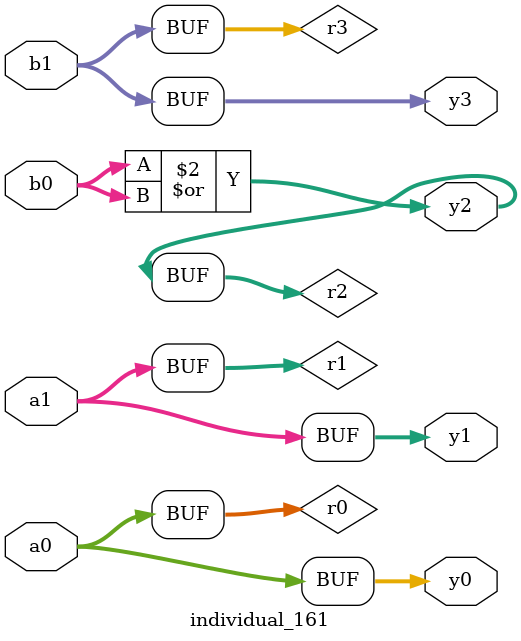
<source format=sv>
module individual_161(input logic [15:0] a1, input logic [15:0] a0, input logic [15:0] b1, input logic [15:0] b0, output logic [15:0] y3, output logic [15:0] y2, output logic [15:0] y1, output logic [15:0] y0);
logic [15:0] r0, r1, r2, r3; 
 always@(*) begin 
	 r0 = a0; r1 = a1; r2 = b0; r3 = b1; 
 	 r2  |=  r2 ;
 	 y3 = r3; y2 = r2; y1 = r1; y0 = r0; 
end
endmodule
</source>
